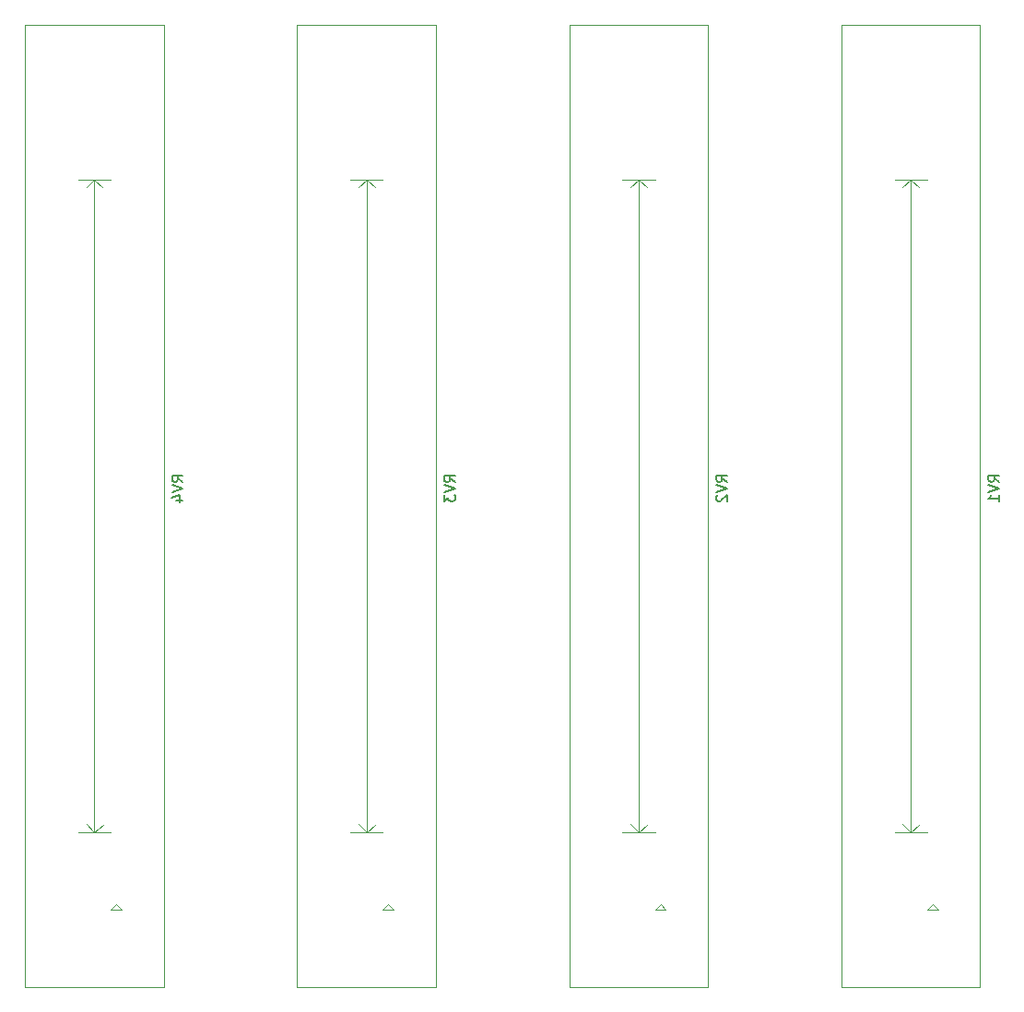
<source format=gbr>
%TF.GenerationSoftware,KiCad,Pcbnew,5.1.9-73d0e3b20d~88~ubuntu20.04.1*%
%TF.CreationDate,2021-04-01T10:52:46-04:00*%
%TF.ProjectId,ao_output,616f5f6f-7574-4707-9574-2e6b69636164,rev?*%
%TF.SameCoordinates,Original*%
%TF.FileFunction,Legend,Bot*%
%TF.FilePolarity,Positive*%
%FSLAX46Y46*%
G04 Gerber Fmt 4.6, Leading zero omitted, Abs format (unit mm)*
G04 Created by KiCad (PCBNEW 5.1.9-73d0e3b20d~88~ubuntu20.04.1) date 2021-04-01 10:52:46*
%MOMM*%
%LPD*%
G01*
G04 APERTURE LIST*
%ADD10C,0.120000*%
%ADD11C,0.150000*%
G04 APERTURE END LIST*
D10*
%TO.C,RV2*%
X-37500000Y-27000000D02*
X-38250000Y-27750000D01*
X-36750000Y-27750000D02*
X-37500000Y-27000000D01*
X-36000000Y-27000000D02*
X-39000000Y-27000000D01*
X-37500000Y-87000000D02*
X-38250000Y-86250000D01*
X-36720000Y-86280000D02*
X-37500000Y-87000000D01*
X-36000000Y-87000000D02*
X-39000000Y-87000000D01*
X-37500000Y-87000000D02*
X-37500000Y-27000000D01*
X-36000000Y-94085000D02*
X-35500000Y-93585000D01*
X-35000000Y-94085000D02*
X-36000000Y-94085000D01*
X-35500000Y-93585000D02*
X-35000000Y-94085000D01*
X-31130000Y-12780000D02*
X-43870000Y-12780000D01*
X-31130000Y-101220000D02*
X-43870000Y-101220000D01*
X-43870000Y-101220000D02*
X-43870000Y-12780000D01*
X-31130000Y-101220000D02*
X-31130000Y-12780000D01*
%TO.C,RV1*%
X-12500000Y-27000000D02*
X-13250000Y-27750000D01*
X-11750000Y-27750000D02*
X-12500000Y-27000000D01*
X-11000000Y-27000000D02*
X-14000000Y-27000000D01*
X-12500000Y-87000000D02*
X-13250000Y-86250000D01*
X-11720000Y-86280000D02*
X-12500000Y-87000000D01*
X-11000000Y-87000000D02*
X-14000000Y-87000000D01*
X-12500000Y-87000000D02*
X-12500000Y-27000000D01*
X-11000000Y-94085000D02*
X-10500000Y-93585000D01*
X-10000000Y-94085000D02*
X-11000000Y-94085000D01*
X-10500000Y-93585000D02*
X-10000000Y-94085000D01*
X-6130000Y-12780000D02*
X-18870000Y-12780000D01*
X-6130000Y-101220000D02*
X-18870000Y-101220000D01*
X-18870000Y-101220000D02*
X-18870000Y-12780000D01*
X-6130000Y-101220000D02*
X-6130000Y-12780000D01*
%TO.C,RV4*%
X-87500000Y-27000000D02*
X-88250000Y-27750000D01*
X-86750000Y-27750000D02*
X-87500000Y-27000000D01*
X-86000000Y-27000000D02*
X-89000000Y-27000000D01*
X-87500000Y-87000000D02*
X-88250000Y-86250000D01*
X-86720000Y-86280000D02*
X-87500000Y-87000000D01*
X-86000000Y-87000000D02*
X-89000000Y-87000000D01*
X-87500000Y-87000000D02*
X-87500000Y-27000000D01*
X-86000000Y-94085000D02*
X-85500000Y-93585000D01*
X-85000000Y-94085000D02*
X-86000000Y-94085000D01*
X-85500000Y-93585000D02*
X-85000000Y-94085000D01*
X-81130000Y-12780000D02*
X-93870000Y-12780000D01*
X-81130000Y-101220000D02*
X-93870000Y-101220000D01*
X-93870000Y-101220000D02*
X-93870000Y-12780000D01*
X-81130000Y-101220000D02*
X-81130000Y-12780000D01*
%TO.C,RV3*%
X-62500000Y-27000000D02*
X-63250000Y-27750000D01*
X-61750000Y-27750000D02*
X-62500000Y-27000000D01*
X-61000000Y-27000000D02*
X-64000000Y-27000000D01*
X-62500000Y-87000000D02*
X-63250000Y-86250000D01*
X-61720000Y-86280000D02*
X-62500000Y-87000000D01*
X-61000000Y-87000000D02*
X-64000000Y-87000000D01*
X-62500000Y-87000000D02*
X-62500000Y-27000000D01*
X-61000000Y-94085000D02*
X-60500000Y-93585000D01*
X-60000000Y-94085000D02*
X-61000000Y-94085000D01*
X-60500000Y-93585000D02*
X-60000000Y-94085000D01*
X-56130000Y-12780000D02*
X-68870000Y-12780000D01*
X-56130000Y-101220000D02*
X-68870000Y-101220000D01*
X-68870000Y-101220000D02*
X-68870000Y-12780000D01*
X-56130000Y-101220000D02*
X-56130000Y-12780000D01*
%TO.C,RV2*%
D11*
X-29367619Y-54784761D02*
X-29843809Y-54451428D01*
X-29367619Y-54213333D02*
X-30367619Y-54213333D01*
X-30367619Y-54594285D01*
X-30320000Y-54689523D01*
X-30272380Y-54737142D01*
X-30177142Y-54784761D01*
X-30034285Y-54784761D01*
X-29939047Y-54737142D01*
X-29891428Y-54689523D01*
X-29843809Y-54594285D01*
X-29843809Y-54213333D01*
X-30367619Y-55070476D02*
X-29367619Y-55403809D01*
X-30367619Y-55737142D01*
X-30272380Y-56022857D02*
X-30320000Y-56070476D01*
X-30367619Y-56165714D01*
X-30367619Y-56403809D01*
X-30320000Y-56499047D01*
X-30272380Y-56546666D01*
X-30177142Y-56594285D01*
X-30081904Y-56594285D01*
X-29939047Y-56546666D01*
X-29367619Y-55975238D01*
X-29367619Y-56594285D01*
%TO.C,RV1*%
X-4367619Y-54784761D02*
X-4843809Y-54451428D01*
X-4367619Y-54213333D02*
X-5367619Y-54213333D01*
X-5367619Y-54594285D01*
X-5320000Y-54689523D01*
X-5272380Y-54737142D01*
X-5177142Y-54784761D01*
X-5034285Y-54784761D01*
X-4939047Y-54737142D01*
X-4891428Y-54689523D01*
X-4843809Y-54594285D01*
X-4843809Y-54213333D01*
X-5367619Y-55070476D02*
X-4367619Y-55403809D01*
X-5367619Y-55737142D01*
X-4367619Y-56594285D02*
X-4367619Y-56022857D01*
X-4367619Y-56308571D02*
X-5367619Y-56308571D01*
X-5224761Y-56213333D01*
X-5129523Y-56118095D01*
X-5081904Y-56022857D01*
%TO.C,RV4*%
X-79367619Y-54784761D02*
X-79843809Y-54451428D01*
X-79367619Y-54213333D02*
X-80367619Y-54213333D01*
X-80367619Y-54594285D01*
X-80320000Y-54689523D01*
X-80272380Y-54737142D01*
X-80177142Y-54784761D01*
X-80034285Y-54784761D01*
X-79939047Y-54737142D01*
X-79891428Y-54689523D01*
X-79843809Y-54594285D01*
X-79843809Y-54213333D01*
X-80367619Y-55070476D02*
X-79367619Y-55403809D01*
X-80367619Y-55737142D01*
X-80034285Y-56499047D02*
X-79367619Y-56499047D01*
X-80415238Y-56260952D02*
X-79700952Y-56022857D01*
X-79700952Y-56641904D01*
%TO.C,RV3*%
X-54367619Y-54784761D02*
X-54843809Y-54451428D01*
X-54367619Y-54213333D02*
X-55367619Y-54213333D01*
X-55367619Y-54594285D01*
X-55320000Y-54689523D01*
X-55272380Y-54737142D01*
X-55177142Y-54784761D01*
X-55034285Y-54784761D01*
X-54939047Y-54737142D01*
X-54891428Y-54689523D01*
X-54843809Y-54594285D01*
X-54843809Y-54213333D01*
X-55367619Y-55070476D02*
X-54367619Y-55403809D01*
X-55367619Y-55737142D01*
X-55367619Y-55975238D02*
X-55367619Y-56594285D01*
X-54986666Y-56260952D01*
X-54986666Y-56403809D01*
X-54939047Y-56499047D01*
X-54891428Y-56546666D01*
X-54796190Y-56594285D01*
X-54558095Y-56594285D01*
X-54462857Y-56546666D01*
X-54415238Y-56499047D01*
X-54367619Y-56403809D01*
X-54367619Y-56118095D01*
X-54415238Y-56022857D01*
X-54462857Y-55975238D01*
%TD*%
M02*

</source>
